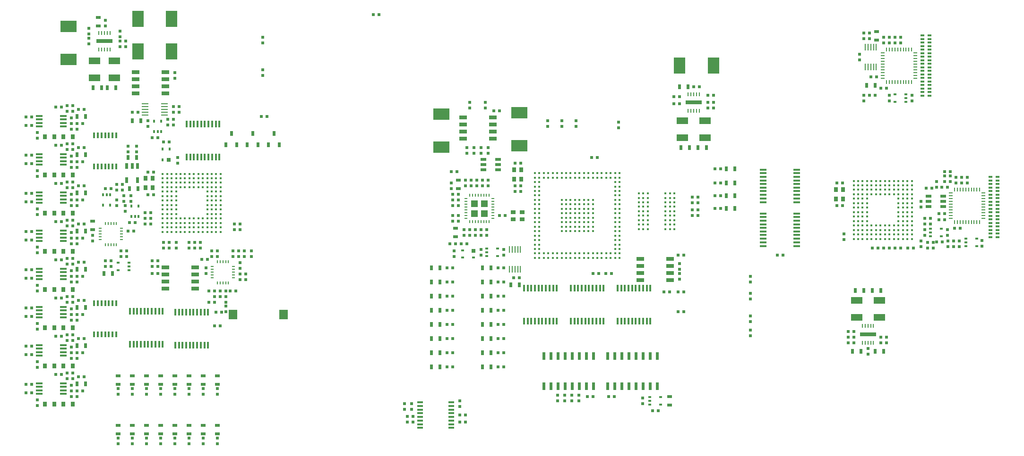
<source format=gtp>
G04 This is an RS-274x file exported by *
G04 gerbv version 2.4.0 *
G04 More information is available about gerbv at *
G04 http://gerbv.gpleda.org/ *
G04 --End of header info--*
%MOIN*%
%FSLAX23Y23*%
%IPPOS*%
G04 --Define apertures--*
%ADD10C,0.0060*%
%ADD11R,0.0236X0.0197*%
%ADD12R,0.0197X0.0236*%
%ADD13R,0.0236X0.0354*%
%ADD14R,0.0354X0.0236*%
%ADD15R,0.0276X0.0374*%
%ADD16R,0.0591X0.0709*%
%ADD17R,0.0236X0.0098*%
%ADD18R,0.0098X0.0236*%
%ADD19C,0.0160*%
%ADD20C,0.0157*%
%ADD21R,0.0098X0.0472*%
%ADD22R,0.0501X0.0501*%
%ADD23R,0.0098X0.0256*%
%ADD24R,0.0256X0.0098*%
%ADD25R,0.0236X0.0157*%
%ADD26R,0.0197X0.0551*%
%ADD27R,0.0236X0.0420*%
%ADD28R,0.0420X0.0236*%
%ADD29R,0.0138X0.0394*%
%ADD30R,0.0394X0.0138*%
%ADD31R,0.0512X0.0138*%
%ADD32R,0.0138X0.0512*%
%ADD33R,0.0500X0.0150*%
%ADD34R,0.0300X0.0145*%
%ADD35R,0.0102X0.0315*%
%ADD36R,0.1181X0.0295*%
%ADD37R,0.0827X0.0492*%
%ADD38R,0.0165X0.0236*%
%ADD39R,0.0315X0.0276*%
%ADD40R,0.0236X0.0165*%
%ADD41R,0.0276X0.0315*%
%ADD42R,0.0787X0.1181*%
%ADD43R,0.1181X0.0787*%
%ADD44R,0.0472X0.0098*%
%ADD45R,0.0551X0.0276*%
%ADD46R,0.0315X0.0354*%
%ADD47R,0.0157X0.0236*%
%ADD48R,0.0354X0.0315*%
%ADD49C,0.1500*%
%ADD50R,0.0236X0.0335*%
G04 --Start main section--*
G54D11*
G01X02715Y01200D03*
G01X02715Y01240D03*
G01X02755Y01240D03*
G01X02755Y01200D03*
G01X02795Y01240D03*
G01X02795Y01200D03*
G01X02850Y01690D03*
G01X02850Y01650D03*
G54D12*
G01X02800Y01330D03*
G01X02760Y01330D03*
G54D11*
G01X02770Y01650D03*
G01X02770Y01690D03*
G01X02730Y01660D03*
G01X02730Y01700D03*
G01X02810Y01650D03*
G01X02810Y01690D03*
G54D12*
G01X02650Y01435D03*
G01X02690Y01435D03*
G54D11*
G01X02525Y01520D03*
G01X02525Y01480D03*
G54D12*
G01X02690Y01390D03*
G01X02650Y01390D03*
G54D11*
G01X01320Y00610D03*
G01X01320Y00570D03*
G54D12*
G01X02675Y01235D03*
G01X02635Y01235D03*
G54D11*
G01X01320Y00950D03*
G01X01320Y00990D03*
G54D12*
G01X01070Y01470D03*
G01X01110Y01470D03*
G01X01070Y01560D03*
G01X01110Y01560D03*
G01X01070Y01650D03*
G01X01110Y01650D03*
G01X01070Y01750D03*
G01X01110Y01750D03*
G54D11*
G01X00110Y00110D03*
G01X00110Y00150D03*
G01X00060Y00110D03*
G01X00060Y00150D03*
G01X02300Y02230D03*
G01X02300Y02270D03*
G54D12*
G01X02160Y02270D03*
G01X02200Y02270D03*
G54D11*
G01X00010Y00110D03*
G01X00010Y00150D03*
G01X-0040Y00110D03*
G01X-0040Y00150D03*
G01X02120Y02710D03*
G01X02120Y02670D03*
G01X02090Y02520D03*
G01X02090Y02560D03*
G54D12*
G01X02240Y02320D03*
G01X02280Y02320D03*
G54D11*
G01X02380Y02680D03*
G01X02380Y02640D03*
G01X02300Y02640D03*
G01X02300Y02680D03*
G01X02260Y02640D03*
G01X02260Y02680D03*
G01X02340Y02640D03*
G01X02340Y02680D03*
G01X02160Y02670D03*
G01X02160Y02710D03*
G01X00560Y00090D03*
G01X00560Y00130D03*
G54D12*
G01X00630Y00040D03*
G01X00670Y00040D03*
G01X-3790Y02117D03*
G01X-3750Y02117D03*
G01X-3790Y02057D03*
G01X-3750Y02057D03*
G01X-3430Y02030D03*
G01X-3470Y02030D03*
G01X-3390Y02070D03*
G01X-3430Y02070D03*
G54D11*
G01X-3470Y02070D03*
G01X-3470Y02110D03*
G54D12*
G01X-3380Y02170D03*
G01X-3420Y02170D03*
G54D11*
G01X-3500Y02197D03*
G01X-3500Y02157D03*
G01X-3460Y02157D03*
G01X-3460Y02197D03*
G01X-3710Y01967D03*
G01X-3710Y02007D03*
G54D12*
G01X-3540Y02187D03*
G01X-3580Y02187D03*
G01X-3790Y01307D03*
G01X-3750Y01307D03*
G01X-3790Y01247D03*
G01X-3750Y01247D03*
G01X-3430Y01220D03*
G01X-3470Y01220D03*
G01X-3390Y01260D03*
G01X-3430Y01260D03*
G54D11*
G01X-3470Y01260D03*
G01X-3470Y01300D03*
G54D12*
G01X-3380Y01360D03*
G01X-3420Y01360D03*
G54D11*
G01X-3500Y01387D03*
G01X-3500Y01347D03*
G01X-3460Y01347D03*
G01X-3460Y01387D03*
G01X-3710Y01157D03*
G01X-3710Y01197D03*
G54D12*
G01X-3540Y01377D03*
G01X-3580Y01377D03*
G01X-3790Y01577D03*
G01X-3750Y01577D03*
G01X-3790Y01517D03*
G01X-3750Y01517D03*
G01X-3430Y01490D03*
G01X-3470Y01490D03*
G01X-3390Y01530D03*
G01X-3430Y01530D03*
G54D11*
G01X-3470Y01530D03*
G01X-3470Y01570D03*
G54D12*
G01X-3380Y01630D03*
G01X-3420Y01630D03*
G54D11*
G01X-3500Y01657D03*
G01X-3500Y01617D03*
G01X-3460Y01617D03*
G01X-3460Y01657D03*
G01X-3710Y01427D03*
G01X-3710Y01467D03*
G54D12*
G01X-3540Y01647D03*
G01X-3580Y01647D03*
G01X-3790Y00497D03*
G01X-3750Y00497D03*
G01X-3790Y00437D03*
G01X-3750Y00437D03*
G01X-3430Y00410D03*
G01X-3470Y00410D03*
G01X-3390Y00450D03*
G01X-3430Y00450D03*
G54D11*
G01X-3470Y00450D03*
G01X-3470Y00490D03*
G54D12*
G01X-3380Y00550D03*
G01X-3420Y00550D03*
G54D11*
G01X-3500Y00577D03*
G01X-3500Y00537D03*
G01X-3460Y00537D03*
G01X-3460Y00577D03*
G01X-3710Y00347D03*
G01X-3710Y00387D03*
G54D12*
G01X-3540Y00567D03*
G01X-3580Y00567D03*
G01X-3790Y00227D03*
G01X-3750Y00227D03*
G01X-3790Y00167D03*
G01X-3750Y00167D03*
G01X-3430Y00140D03*
G01X-3470Y00140D03*
G01X-3390Y00180D03*
G01X-3430Y00180D03*
G54D11*
G01X-3470Y00180D03*
G01X-3470Y00220D03*
G54D12*
G01X-3380Y00280D03*
G01X-3420Y00280D03*
G54D11*
G01X-3500Y00307D03*
G01X-3500Y00267D03*
G01X-3460Y00267D03*
G01X-3460Y00307D03*
G01X-3710Y00077D03*
G01X-3710Y00117D03*
G54D12*
G01X-3540Y00297D03*
G01X-3580Y00297D03*
G01X-3790Y00767D03*
G01X-3750Y00767D03*
G01X-3790Y00707D03*
G01X-3750Y00707D03*
G01X-3430Y00680D03*
G01X-3470Y00680D03*
G01X-3390Y00720D03*
G01X-3430Y00720D03*
G54D11*
G01X-3470Y00720D03*
G01X-3470Y00760D03*
G54D12*
G01X-3380Y00820D03*
G01X-3420Y00820D03*
G54D11*
G01X-3500Y00847D03*
G01X-3500Y00807D03*
G01X-3460Y00807D03*
G01X-3460Y00847D03*
G01X-3710Y00617D03*
G01X-3710Y00657D03*
G54D12*
G01X-3540Y00837D03*
G01X-3580Y00837D03*
G01X-3790Y01037D03*
G01X-3750Y01037D03*
G01X-3790Y00977D03*
G01X-3750Y00977D03*
G01X-3430Y00950D03*
G01X-3470Y00950D03*
G01X-3390Y00990D03*
G01X-3430Y00990D03*
G54D11*
G01X-3470Y00990D03*
G01X-3470Y01030D03*
G54D12*
G01X-3380Y01090D03*
G01X-3420Y01090D03*
G54D11*
G01X-3500Y01117D03*
G01X-3500Y01077D03*
G01X-3460Y01077D03*
G01X-3460Y01117D03*
G01X-3710Y00887D03*
G01X-3710Y00927D03*
G54D12*
G01X-3540Y01107D03*
G01X-3580Y01107D03*
G01X-3790Y01847D03*
G01X-3750Y01847D03*
G01X-3790Y01787D03*
G01X-3750Y01787D03*
G01X-3430Y01760D03*
G01X-3470Y01760D03*
G01X-3390Y01800D03*
G01X-3430Y01800D03*
G54D11*
G01X-3470Y01800D03*
G01X-3470Y01840D03*
G54D12*
G01X-3380Y01900D03*
G01X-3420Y01900D03*
G54D11*
G01X-3500Y01927D03*
G01X-3500Y01887D03*
G01X-3460Y01887D03*
G01X-3460Y01927D03*
G01X-3710Y01697D03*
G01X-3710Y01737D03*
G54D12*
G01X-3540Y01917D03*
G01X-3580Y01917D03*
G01X-2890Y01727D03*
G01X-2930Y01727D03*
G01X-2930Y01567D03*
G01X-2890Y01567D03*
G54D11*
G01X-2200Y01170D03*
G01X-2200Y01130D03*
G54D12*
G01X-2460Y00847D03*
G01X-2420Y00847D03*
G01X-2500Y00807D03*
G01X-2460Y00807D03*
G54D11*
G01X-2250Y01170D03*
G01X-2250Y01130D03*
G01X-2330Y01170D03*
G01X-2330Y01130D03*
G54D12*
G01X-2310Y00887D03*
G01X-2350Y00887D03*
G01X-2420Y00640D03*
G01X-2460Y00640D03*
G54D11*
G01X-2540Y00157D03*
G01X-2540Y00197D03*
G01X-2720Y01790D03*
G01X-2720Y01830D03*
G54D12*
G01X-2240Y01007D03*
G01X-2280Y01007D03*
G54D11*
G01X-2520Y01010D03*
G01X-2520Y01050D03*
G01X-2840Y00157D03*
G01X-2840Y00197D03*
G01X-2940Y00157D03*
G01X-2940Y00197D03*
G01X-3140Y-0193D03*
G01X-3140Y-0153D03*
G01X-3040Y-0193D03*
G01X-3040Y-0153D03*
G01X-2440Y-0193D03*
G01X-2440Y-0153D03*
G54D12*
G01X-2510Y01110D03*
G01X-2550Y01110D03*
G54D11*
G01X-2820Y01190D03*
G01X-2820Y01230D03*
G54D12*
G01X-3080Y01170D03*
G01X-3120Y01170D03*
G01X-3080Y01130D03*
G01X-3120Y01130D03*
G01X-3230Y01610D03*
G01X-3190Y01610D03*
G54D11*
G01X-3110Y01640D03*
G01X-3110Y01600D03*
G01X-3150Y01600D03*
G01X-3150Y01640D03*
G01X-3150Y01530D03*
G01X-3150Y01490D03*
G01X-3320Y01240D03*
G01X-3320Y01280D03*
G01X-2600Y01190D03*
G01X-2600Y01230D03*
G01X-2640Y01190D03*
G01X-2640Y01230D03*
G01X-2560Y01190D03*
G01X-2560Y01230D03*
G01X-3090Y01450D03*
G01X-3090Y01490D03*
G54D12*
G01X-3020Y01370D03*
G01X-3060Y01370D03*
G01X-3190Y01100D03*
G01X-3230Y01100D03*
G01X-3230Y01060D03*
G01X-3190Y01060D03*
G54D11*
G01X-3050Y01560D03*
G01X-3050Y01520D03*
G01X-3010Y01910D03*
G01X-3010Y01870D03*
G01X-3100Y01520D03*
G01X-3100Y01560D03*
G01X-3070Y01870D03*
G01X-3070Y01910D03*
G01X-0770Y01170D03*
G01X-0770Y01130D03*
G54D12*
G01X-1300Y02840D03*
G01X-1340Y02840D03*
G54D11*
G01X-1119Y00051D03*
G01X-1119Y00091D03*
G54D12*
G01X-1060Y-0039D03*
G01X-1099Y-0039D03*
G54D11*
G01X-0729Y00111D03*
G01X-0729Y00071D03*
G01X-1069Y00051D03*
G01X-1069Y00091D03*
G54D12*
G01X-1060Y00001D03*
G01X-1099Y00001D03*
G01X-0780Y00750D03*
G01X-0820Y00750D03*
G01X-0729Y00011D03*
G01X-0690Y00011D03*
G01X-0729Y-0039D03*
G01X-0690Y-0039D03*
G01X00200Y01830D03*
G01X00240Y01830D03*
G01X-0300Y01590D03*
G01X-0340Y01590D03*
G54D11*
G01X-0620Y01320D03*
G01X-0620Y01280D03*
G01X-0660Y01320D03*
G01X-0660Y01280D03*
G01X-0700Y01320D03*
G01X-0700Y01280D03*
G54D12*
G01X-0450Y01420D03*
G01X-0410Y01420D03*
G01X-0740Y01380D03*
G01X-0780Y01380D03*
G54D11*
G01X-0580Y01320D03*
G01X-0580Y01280D03*
G54D12*
G01X-0740Y01420D03*
G01X-0780Y01420D03*
G54D11*
G01X-0540Y01320D03*
G01X-0540Y01280D03*
G54D12*
G01X-0740Y01490D03*
G01X-0780Y01490D03*
G01X-0740Y01530D03*
G01X-0780Y01530D03*
G54D11*
G01X-0690Y01630D03*
G01X-0690Y01670D03*
G54D12*
G01X-0760Y01220D03*
G01X-0800Y01220D03*
G01X-0750Y01730D03*
G01X-0790Y01730D03*
G01X-0740Y01570D03*
G01X-0780Y01570D03*
G01X-0680Y01220D03*
G01X-0720Y01220D03*
G54D11*
G01X-0790Y01650D03*
G01X-0790Y01610D03*
G01X-0610Y01630D03*
G01X-0610Y01670D03*
G01X-0650Y01630D03*
G01X-0650Y01670D03*
G01X-0530Y01630D03*
G01X-0530Y01670D03*
G01X-0570Y01630D03*
G01X-0570Y01670D03*
G54D12*
G01X-0300Y01790D03*
G01X-0340Y01790D03*
G01X-0340Y01630D03*
G01X-0300Y01630D03*
G54D11*
G01X-0110Y02090D03*
G01X-0110Y02050D03*
G01X-0010Y02090D03*
G01X-0010Y02050D03*
G01X00090Y02090D03*
G01X00090Y02050D03*
G01X00390Y02080D03*
G01X00390Y02040D03*
G54D12*
G01X00210Y01010D03*
G01X00250Y01010D03*
G01X00340Y01010D03*
G01X00300Y01010D03*
G54D13*
G01X02041Y00460D03*
G01X02100Y00460D03*
G01X01210Y01470D03*
G01X01151Y01470D03*
G01X01210Y01560D03*
G01X01151Y01560D03*
G01X01210Y01650D03*
G01X01151Y01650D03*
G01X01210Y01750D03*
G01X01151Y01750D03*
G54D14*
G01X00750Y00081D03*
G01X00750Y00140D03*
G54D13*
G01X02200Y02340D03*
G01X02141Y02340D03*
G54D14*
G01X02210Y02720D03*
G01X02210Y02661D03*
G54D13*
G01X-3370Y02120D03*
G01X-3429Y02120D03*
G01X-3370Y01310D03*
G01X-3429Y01310D03*
G01X-3370Y01580D03*
G01X-3429Y01580D03*
G01X-3370Y00500D03*
G01X-3429Y00500D03*
G01X-3370Y00230D03*
G01X-3429Y00230D03*
G01X-3370Y00770D03*
G01X-3429Y00770D03*
G01X-3370Y01040D03*
G01X-3429Y01040D03*
G01X-3370Y01850D03*
G01X-3429Y01850D03*
G54D14*
G01X-2440Y00287D03*
G01X-2440Y00228D03*
G01X-2540Y00287D03*
G01X-2540Y00228D03*
G01X-2640Y00287D03*
G01X-2640Y00228D03*
G01X-2840Y00287D03*
G01X-2840Y00228D03*
G01X-2940Y00287D03*
G01X-2940Y00228D03*
G01X-3040Y-0063D03*
G01X-3040Y-0122D03*
G01X-2540Y-0063D03*
G01X-2540Y-0122D03*
G01X-3320Y01321D03*
G01X-3320Y01380D03*
G54D13*
G01X-3059Y01610D03*
G01X-3000Y01610D03*
G01X-3069Y01830D03*
G01X-3010Y01830D03*
G01X-3180Y01010D03*
G01X-3239Y01010D03*
G01X-0569Y00350D03*
G01X-0510Y00350D03*
G01X-0929Y00550D03*
G01X-0870Y00550D03*
G01X-0929Y00750D03*
G01X-0870Y00750D03*
G54D14*
G01X-0760Y01330D03*
G01X-0760Y01271D03*
G01X-0740Y01611D03*
G01X-0740Y01670D03*
G54D15*
G01X-3524Y01977D03*
G01X-3457Y01977D03*
G01X-3587Y01977D03*
G01X-3654Y01977D03*
G01X-3524Y01167D03*
G01X-3457Y01167D03*
G01X-3587Y01167D03*
G01X-3654Y01167D03*
G01X-3524Y01437D03*
G01X-3457Y01437D03*
G01X-3587Y01437D03*
G01X-3654Y01437D03*
G01X-3524Y00357D03*
G01X-3457Y00357D03*
G01X-3587Y00357D03*
G01X-3654Y00357D03*
G01X-3524Y00087D03*
G01X-3457Y00087D03*
G01X-3587Y00087D03*
G01X-3654Y00087D03*
G01X-3524Y00627D03*
G01X-3457Y00627D03*
G01X-3587Y00627D03*
G01X-3654Y00627D03*
G01X-3524Y00897D03*
G01X-3457Y00897D03*
G01X-3587Y00897D03*
G01X-3654Y00897D03*
G01X-3524Y01707D03*
G01X-3457Y01707D03*
G01X-3587Y01707D03*
G01X-3654Y01707D03*
G54D16*
G01X-2327Y00720D03*
G01X-1973Y00720D03*
G54D17*
G01X-3265Y01329D03*
G01X-3265Y01310D03*
G01X-3265Y01290D03*
G01X-3265Y01270D03*
G01X-3265Y01251D03*
G54D18*
G01X-3229Y01215D03*
G01X-3210Y01215D03*
G01X-3190Y01215D03*
G01X-3170Y01215D03*
G01X-3151Y01215D03*
G01X-3151Y01365D03*
G01X-3170Y01365D03*
G01X-3190Y01365D03*
G01X-3210Y01365D03*
G01X-3229Y01365D03*
G54D17*
G01X-3115Y01251D03*
G01X-3115Y01270D03*
G01X-3115Y01290D03*
G01X-3115Y01310D03*
G01X-3115Y01329D03*
G54D19*
G01X02050Y01255D03*
G01X02050Y01287D03*
G01X02050Y01318D03*
G01X02050Y01350D03*
G01X02050Y01381D03*
G01X02050Y01413D03*
G01X02050Y01444D03*
G01X02050Y01476D03*
G01X02050Y01507D03*
G01X02050Y01539D03*
G01X02050Y01570D03*
G01X02050Y01602D03*
G01X02050Y01633D03*
G01X02050Y01665D03*
G01X02082Y01255D03*
G01X02082Y01287D03*
G01X02082Y01318D03*
G01X02082Y01350D03*
G01X02082Y01381D03*
G01X02082Y01413D03*
G01X02082Y01444D03*
G01X02082Y01476D03*
G01X02082Y01507D03*
G01X02082Y01539D03*
G01X02082Y01570D03*
G01X02082Y01602D03*
G01X02082Y01633D03*
G01X02082Y01665D03*
G01X02113Y01255D03*
G01X02113Y01287D03*
G01X02113Y01318D03*
G01X02113Y01350D03*
G01X02113Y01381D03*
G01X02113Y01413D03*
G01X02113Y01444D03*
G01X02113Y01476D03*
G01X02113Y01507D03*
G01X02113Y01539D03*
G01X02113Y01570D03*
G01X02113Y01602D03*
G01X02113Y01633D03*
G01X02113Y01665D03*
G01X02145Y01255D03*
G01X02145Y01287D03*
G01X02145Y01318D03*
G01X02145Y01350D03*
G01X02145Y01381D03*
G01X02145Y01413D03*
G01X02145Y01444D03*
G01X02145Y01476D03*
G01X02145Y01507D03*
G01X02145Y01539D03*
G01X02145Y01570D03*
G01X02145Y01602D03*
G01X02145Y01633D03*
G01X02145Y01665D03*
G01X02176Y01255D03*
G01X02176Y01287D03*
G01X02176Y01318D03*
G01X02176Y01350D03*
G01X02176Y01570D03*
G01X02176Y01602D03*
G01X02176Y01633D03*
G01X02176Y01665D03*
G01X02208Y01255D03*
G01X02208Y01287D03*
G01X02208Y01318D03*
G01X02208Y01350D03*
G01X02208Y01570D03*
G01X02208Y01602D03*
G01X02208Y01633D03*
G01X02208Y01665D03*
G01X02239Y01255D03*
G01X02239Y01287D03*
G01X02239Y01318D03*
G01X02239Y01350D03*
G01X02239Y01570D03*
G01X02239Y01602D03*
G01X02239Y01633D03*
G01X02239Y01665D03*
G01X02271Y01255D03*
G01X02271Y01287D03*
G01X02271Y01318D03*
G01X02271Y01350D03*
G01X02271Y01570D03*
G01X02271Y01602D03*
G01X02271Y01633D03*
G01X02271Y01665D03*
G01X02302Y01255D03*
G01X02302Y01287D03*
G01X02302Y01318D03*
G01X02302Y01350D03*
G01X02302Y01570D03*
G01X02302Y01602D03*
G01X02302Y01633D03*
G01X02302Y01665D03*
G01X02334Y01255D03*
G01X02334Y01287D03*
G01X02334Y01318D03*
G01X02334Y01350D03*
G01X02334Y01570D03*
G01X02334Y01602D03*
G01X02334Y01633D03*
G01X02334Y01665D03*
G01X02365Y01255D03*
G01X02365Y01287D03*
G01X02365Y01318D03*
G01X02365Y01350D03*
G01X02365Y01381D03*
G01X02365Y01413D03*
G01X02365Y01444D03*
G01X02365Y01476D03*
G01X02365Y01507D03*
G01X02365Y01539D03*
G01X02365Y01570D03*
G01X02365Y01602D03*
G01X02365Y01633D03*
G01X02365Y01665D03*
G01X02397Y01255D03*
G01X02397Y01287D03*
G01X02397Y01318D03*
G01X02397Y01350D03*
G01X02397Y01381D03*
G01X02397Y01413D03*
G01X02397Y01444D03*
G01X02397Y01476D03*
G01X02397Y01507D03*
G01X02397Y01539D03*
G01X02397Y01570D03*
G01X02397Y01602D03*
G01X02397Y01633D03*
G01X02397Y01665D03*
G01X02428Y01255D03*
G01X02428Y01287D03*
G01X02428Y01318D03*
G01X02428Y01350D03*
G01X02428Y01381D03*
G01X02428Y01413D03*
G01X02428Y01444D03*
G01X02428Y01476D03*
G01X02428Y01507D03*
G01X02428Y01539D03*
G01X02428Y01570D03*
G01X02428Y01602D03*
G01X02428Y01633D03*
G01X02428Y01665D03*
G01X02460Y01255D03*
G01X02460Y01287D03*
G01X02460Y01318D03*
G01X02460Y01350D03*
G01X02460Y01381D03*
G01X02460Y01413D03*
G01X02460Y01444D03*
G01X02460Y01476D03*
G01X02460Y01507D03*
G01X02460Y01539D03*
G01X02460Y01570D03*
G01X02460Y01602D03*
G01X02460Y01633D03*
G01X02460Y01665D03*
G54D20*
G01X-0199Y01121D03*
G01X-0199Y01152D03*
G01X-0199Y01184D03*
G01X-0199Y01215D03*
G01X-0199Y01247D03*
G01X-0199Y01278D03*
G01X-0199Y01310D03*
G01X-0199Y01341D03*
G01X-0199Y01373D03*
G01X-0199Y01404D03*
G01X-0199Y01436D03*
G01X-0199Y01467D03*
G01X-0199Y01499D03*
G01X-0199Y01530D03*
G01X-0199Y01562D03*
G01X-0199Y01593D03*
G01X-0199Y01625D03*
G01X-0199Y01656D03*
G01X-0199Y01688D03*
G01X-0199Y01719D03*
G01X-0168Y01121D03*
G01X-0168Y01152D03*
G01X-0168Y01184D03*
G01X-0168Y01215D03*
G01X-0168Y01247D03*
G01X-0168Y01278D03*
G01X-0168Y01310D03*
G01X-0168Y01341D03*
G01X-0168Y01373D03*
G01X-0168Y01404D03*
G01X-0168Y01436D03*
G01X-0168Y01467D03*
G01X-0168Y01499D03*
G01X-0168Y01530D03*
G01X-0168Y01562D03*
G01X-0168Y01593D03*
G01X-0168Y01625D03*
G01X-0168Y01656D03*
G01X-0168Y01688D03*
G01X-0168Y01719D03*
G01X-0136Y01121D03*
G01X-0136Y01152D03*
G01X-0136Y01688D03*
G01X-0136Y01719D03*
G01X-0105Y01121D03*
G01X-0105Y01152D03*
G01X-0105Y01688D03*
G01X-0105Y01719D03*
G01X-0073Y01121D03*
G01X-0073Y01152D03*
G01X-0073Y01688D03*
G01X-0073Y01719D03*
G01X-0042Y01121D03*
G01X-0042Y01152D03*
G01X-0042Y01688D03*
G01X-0042Y01719D03*
G01X-0010Y01121D03*
G01X-0010Y01152D03*
G01X-0010Y01310D03*
G01X-0010Y01341D03*
G01X-0010Y01373D03*
G01X-0010Y01404D03*
G01X-0010Y01436D03*
G01X-0010Y01467D03*
G01X-0010Y01499D03*
G01X-0010Y01530D03*
G01X-0010Y01688D03*
G01X-0010Y01719D03*
G01X00021Y01121D03*
G01X00021Y01152D03*
G01X00021Y01310D03*
G01X00021Y01341D03*
G01X00021Y01373D03*
G01X00021Y01404D03*
G01X00021Y01436D03*
G01X00021Y01467D03*
G01X00021Y01499D03*
G01X00021Y01530D03*
G01X00021Y01688D03*
G01X00021Y01719D03*
G01X00053Y01121D03*
G01X00053Y01152D03*
G01X00053Y01310D03*
G01X00053Y01341D03*
G01X00053Y01373D03*
G01X00053Y01404D03*
G01X00053Y01436D03*
G01X00053Y01467D03*
G01X00053Y01499D03*
G01X00053Y01530D03*
G01X00053Y01688D03*
G01X00053Y01719D03*
G01X00084Y01121D03*
G01X00084Y01152D03*
G01X00084Y01310D03*
G01X00084Y01341D03*
G01X00084Y01373D03*
G01X00084Y01404D03*
G01X00084Y01436D03*
G01X00084Y01467D03*
G01X00084Y01499D03*
G01X00084Y01530D03*
G01X00084Y01688D03*
G01X00084Y01719D03*
G01X00116Y01121D03*
G01X00116Y01152D03*
G01X00116Y01310D03*
G01X00116Y01341D03*
G01X00116Y01373D03*
G01X00116Y01404D03*
G01X00116Y01436D03*
G01X00116Y01467D03*
G01X00116Y01499D03*
G01X00116Y01530D03*
G01X00116Y01688D03*
G01X00116Y01719D03*
G01X00147Y01121D03*
G01X00147Y01152D03*
G01X00147Y01310D03*
G01X00147Y01341D03*
G01X00147Y01373D03*
G01X00147Y01404D03*
G01X00147Y01436D03*
G01X00147Y01467D03*
G01X00147Y01499D03*
G01X00147Y01530D03*
G01X00147Y01688D03*
G01X00147Y01719D03*
G01X00179Y01121D03*
G01X00179Y01152D03*
G01X00179Y01310D03*
G01X00179Y01341D03*
G01X00179Y01373D03*
G01X00179Y01404D03*
G01X00179Y01436D03*
G01X00179Y01467D03*
G01X00179Y01499D03*
G01X00179Y01530D03*
G01X00179Y01688D03*
G01X00179Y01719D03*
G01X00210Y01121D03*
G01X00210Y01152D03*
G01X00210Y01310D03*
G01X00210Y01341D03*
G01X00210Y01373D03*
G01X00210Y01404D03*
G01X00210Y01436D03*
G01X00210Y01467D03*
G01X00210Y01499D03*
G01X00210Y01530D03*
G01X00210Y01688D03*
G01X00210Y01719D03*
G01X00242Y01121D03*
G01X00242Y01152D03*
G01X00242Y01688D03*
G01X00242Y01719D03*
G01X00273Y01121D03*
G01X00273Y01152D03*
G01X00273Y01688D03*
G01X00273Y01719D03*
G01X00305Y01121D03*
G01X00305Y01152D03*
G01X00305Y01688D03*
G01X00305Y01719D03*
G01X00336Y01121D03*
G01X00336Y01152D03*
G01X00336Y01688D03*
G01X00336Y01719D03*
G01X00368Y01121D03*
G01X00368Y01152D03*
G01X00368Y01688D03*
G01X00368Y01719D03*
G01X00399Y01121D03*
G01X00399Y01152D03*
G01X00399Y01184D03*
G01X00399Y01215D03*
G01X00399Y01247D03*
G01X00399Y01278D03*
G01X00399Y01310D03*
G01X00399Y01341D03*
G01X00399Y01373D03*
G01X00399Y01404D03*
G01X00399Y01436D03*
G01X00399Y01467D03*
G01X00399Y01499D03*
G01X00399Y01530D03*
G01X00399Y01562D03*
G01X00399Y01593D03*
G01X00399Y01625D03*
G01X00399Y01656D03*
G01X00399Y01688D03*
G01X00399Y01719D03*
G01X00368Y01184D03*
G01X00368Y01215D03*
G01X00368Y01247D03*
G01X00368Y01278D03*
G01X00368Y01310D03*
G01X00368Y01341D03*
G01X00368Y01373D03*
G01X00368Y01404D03*
G01X00368Y01436D03*
G01X00368Y01467D03*
G01X00368Y01499D03*
G01X00368Y01530D03*
G01X00368Y01562D03*
G01X00368Y01593D03*
G01X00368Y01625D03*
G01X00368Y01656D03*
G54D21*
G01X02209Y02609D03*
G01X02190Y02609D03*
G01X02170Y02609D03*
G01X02150Y02609D03*
G01X02131Y02609D03*
G01X02131Y02471D03*
G01X02150Y02471D03*
G01X02170Y02471D03*
G01X02190Y02471D03*
G01X02209Y02471D03*
G54D17*
G01X-0684Y01539D03*
G01X-0684Y01519D03*
G01X-0684Y01500D03*
G01X-0684Y01480D03*
G01X-0684Y01460D03*
G01X-0684Y01441D03*
G01X-0684Y01421D03*
G01X-0684Y01401D03*
G01X-0495Y01401D03*
G01X-0495Y01421D03*
G01X-0495Y01441D03*
G01X-0495Y01460D03*
G01X-0495Y01480D03*
G01X-0495Y01500D03*
G01X-0495Y01519D03*
G01X-0495Y01539D03*
G54D18*
G01X-0659Y01376D03*
G01X-0639Y01376D03*
G01X-0619Y01376D03*
G01X-0600Y01376D03*
G01X-0580Y01376D03*
G01X-0560Y01376D03*
G01X-0541Y01376D03*
G01X-0521Y01376D03*
G01X-0521Y01565D03*
G01X-0541Y01565D03*
G01X-0560Y01565D03*
G01X-0580Y01565D03*
G01X-0600Y01565D03*
G01X-0619Y01565D03*
G01X-0639Y01565D03*
G01X-0659Y01565D03*
G54D22*
G01X-0625Y01505D03*
G01X-0625Y01435D03*
G01X-0555Y01435D03*
G01X-0555Y01505D03*
G54D23*
G01X02939Y01605D03*
G01X02919Y01605D03*
G01X02899Y01605D03*
G01X02880Y01605D03*
G01X02860Y01605D03*
G01X02840Y01605D03*
G01X02821Y01605D03*
G01X02801Y01605D03*
G01X02781Y01605D03*
G01X02761Y01605D03*
G01X02761Y01375D03*
G01X02781Y01375D03*
G01X02801Y01375D03*
G01X02821Y01375D03*
G01X02840Y01375D03*
G01X02860Y01375D03*
G01X02880Y01375D03*
G01X02899Y01375D03*
G01X02919Y01375D03*
G01X02939Y01375D03*
G54D24*
G01X02735Y01579D03*
G01X02735Y01559D03*
G01X02735Y01539D03*
G01X02735Y01520D03*
G01X02735Y01500D03*
G01X02735Y01480D03*
G01X02735Y01461D03*
G01X02735Y01441D03*
G01X02735Y01421D03*
G01X02735Y01401D03*
G01X02965Y01401D03*
G01X02965Y01421D03*
G01X02965Y01441D03*
G01X02965Y01461D03*
G01X02965Y01480D03*
G01X02965Y01500D03*
G01X02965Y01520D03*
G01X02965Y01539D03*
G01X02965Y01559D03*
G01X02965Y01579D03*
G54D23*
G01X02459Y02595D03*
G01X02439Y02595D03*
G01X02419Y02595D03*
G01X02400Y02595D03*
G01X02380Y02595D03*
G01X02360Y02595D03*
G01X02341Y02595D03*
G01X02321Y02595D03*
G01X02301Y02595D03*
G01X02281Y02595D03*
G01X02281Y02365D03*
G01X02301Y02365D03*
G01X02321Y02365D03*
G01X02341Y02365D03*
G01X02360Y02365D03*
G01X02380Y02365D03*
G01X02400Y02365D03*
G01X02419Y02365D03*
G01X02439Y02365D03*
G01X02459Y02365D03*
G54D24*
G01X02255Y02569D03*
G01X02255Y02549D03*
G01X02255Y02529D03*
G01X02255Y02510D03*
G01X02255Y02490D03*
G01X02255Y02470D03*
G01X02255Y02451D03*
G01X02255Y02431D03*
G01X02255Y02411D03*
G01X02255Y02391D03*
G01X02485Y02391D03*
G01X02485Y02411D03*
G01X02485Y02431D03*
G01X02485Y02451D03*
G01X02485Y02470D03*
G01X02485Y02490D03*
G01X02485Y02510D03*
G01X02485Y02529D03*
G01X02485Y02549D03*
G01X02485Y02569D03*
G54D25*
G01X-3063Y01034D03*
G01X-3063Y01060D03*
G01X-3063Y01086D03*
G01X-3137Y01086D03*
G01X-3137Y01034D03*
G54D26*
G01X00215Y00426D03*
G01X00165Y00426D03*
G01X00115Y00426D03*
G01X00065Y00426D03*
G01X00015Y00426D03*
G01X-0035Y00426D03*
G01X-0085Y00426D03*
G01X-0135Y00426D03*
G01X-0135Y00214D03*
G01X-0085Y00214D03*
G01X-0035Y00214D03*
G01X00015Y00214D03*
G01X00065Y00214D03*
G01X00115Y00214D03*
G01X00165Y00214D03*
G01X00215Y00214D03*
G01X00315Y00214D03*
G01X00365Y00214D03*
G01X00415Y00214D03*
G01X00465Y00214D03*
G01X00515Y00214D03*
G01X00565Y00214D03*
G01X00615Y00214D03*
G01X00665Y00214D03*
G01X00665Y00426D03*
G01X00615Y00426D03*
G01X00565Y00426D03*
G01X00515Y00426D03*
G01X00465Y00426D03*
G01X00415Y00426D03*
G01X00365Y00426D03*
G01X00315Y00426D03*
G54D27*
G01X-3003Y01771D03*
G01X-3040Y01770D03*
G01X-3077Y01771D03*
G01X-3077Y01669D03*
G01X-3003Y01669D03*
G54D28*
G01X02681Y01483D03*
G01X02681Y01520D03*
G01X02681Y01557D03*
G01X02579Y01557D03*
G01X02579Y01520D03*
G01X02579Y01483D03*
G01X-0459Y01743D03*
G01X-0459Y01780D03*
G01X-0459Y01817D03*
G01X-0561Y01817D03*
G01X-0561Y01780D03*
G01X-0561Y01743D03*
G54D29*
G01X-3230Y00581D03*
G01X-3204Y00581D03*
G01X-3179Y00581D03*
G01X-3153Y00581D03*
G01X-3153Y00799D03*
G01X-3179Y00799D03*
G01X-3204Y00799D03*
G01X-3230Y00799D03*
G01X-3256Y00799D03*
G01X-3281Y00799D03*
G01X-3307Y00799D03*
G01X-3256Y00581D03*
G01X-3281Y00581D03*
G01X-3307Y00581D03*
G01X-3230Y01986D03*
G01X-3256Y01986D03*
G01X-3281Y01986D03*
G01X-3307Y01986D03*
G01X-3307Y01768D03*
G01X-3281Y01768D03*
G01X-3256Y01768D03*
G01X-3230Y01768D03*
G01X-3204Y01768D03*
G01X-3179Y01768D03*
G01X-3153Y01768D03*
G01X-3204Y01986D03*
G01X-3179Y01986D03*
G01X-3153Y01986D03*
G54D30*
G01X-1010Y00022D03*
G01X-1010Y-0003D03*
G01X-1010Y-0029D03*
G01X-1010Y-0055D03*
G01X-1010Y-0080D03*
G01X-0790Y-0080D03*
G01X-0790Y-0055D03*
G01X-0790Y-0029D03*
G01X-0790Y-0003D03*
G01X-0790Y00022D03*
G01X-0790Y00048D03*
G01X-0790Y00073D03*
G01X-0790Y00099D03*
G01X-1010Y00048D03*
G01X-1010Y00073D03*
G01X-1010Y00099D03*
G54D31*
G01X01647Y01515D03*
G01X01647Y01540D03*
G01X01647Y01566D03*
G01X01647Y01592D03*
G01X01647Y01617D03*
G01X01647Y01643D03*
G01X01647Y01668D03*
G01X01647Y01694D03*
G01X01647Y01720D03*
G01X01647Y01745D03*
G01X01413Y01745D03*
G01X01413Y01720D03*
G01X01413Y01694D03*
G01X01413Y01668D03*
G01X01413Y01643D03*
G01X01413Y01617D03*
G01X01413Y01592D03*
G01X01413Y01566D03*
G01X01413Y01540D03*
G01X01413Y01515D03*
G54D32*
G01X-2505Y00737D03*
G01X-2530Y00737D03*
G01X-2556Y00737D03*
G01X-2582Y00737D03*
G01X-2607Y00737D03*
G01X-2633Y00737D03*
G01X-2658Y00737D03*
G01X-2684Y00737D03*
G01X-2710Y00737D03*
G01X-2735Y00737D03*
G01X-2735Y00503D03*
G01X-2710Y00503D03*
G01X-2684Y00503D03*
G01X-2658Y00503D03*
G01X-2633Y00503D03*
G01X-2607Y00503D03*
G01X-2582Y00503D03*
G01X-2556Y00503D03*
G01X-2530Y00503D03*
G01X-2505Y00503D03*
G01X-2825Y00744D03*
G01X-2850Y00744D03*
G01X-2876Y00744D03*
G01X-2902Y00744D03*
G01X-2927Y00744D03*
G01X-2953Y00744D03*
G01X-2978Y00744D03*
G01X-3004Y00744D03*
G01X-3030Y00744D03*
G01X-3055Y00744D03*
G01X-3055Y00510D03*
G01X-3030Y00510D03*
G01X-3004Y00510D03*
G01X-2978Y00510D03*
G01X-2953Y00510D03*
G01X-2927Y00510D03*
G01X-2902Y00510D03*
G01X-2876Y00510D03*
G01X-2850Y00510D03*
G01X-2825Y00510D03*
G54D33*
G01X-3695Y02125D03*
G01X-3695Y02100D03*
G01X-3695Y02074D03*
G01X-3695Y02049D03*
G01X-3525Y02049D03*
G01X-3525Y02074D03*
G01X-3525Y02100D03*
G01X-3525Y02125D03*
G01X-3695Y01315D03*
G01X-3695Y01290D03*
G01X-3695Y01264D03*
G01X-3695Y01239D03*
G01X-3525Y01239D03*
G01X-3525Y01264D03*
G01X-3525Y01290D03*
G01X-3525Y01315D03*
G01X-3695Y01585D03*
G01X-3695Y01560D03*
G01X-3695Y01534D03*
G01X-3695Y01509D03*
G01X-3525Y01509D03*
G01X-3525Y01534D03*
G01X-3525Y01560D03*
G01X-3525Y01585D03*
G01X-3695Y00505D03*
G01X-3695Y00480D03*
G01X-3695Y00454D03*
G01X-3695Y00429D03*
G01X-3525Y00429D03*
G01X-3525Y00454D03*
G01X-3525Y00480D03*
G01X-3525Y00505D03*
G01X-3695Y00235D03*
G01X-3695Y00210D03*
G01X-3695Y00184D03*
G01X-3695Y00159D03*
G01X-3525Y00159D03*
G01X-3525Y00184D03*
G01X-3525Y00210D03*
G01X-3525Y00235D03*
G01X-3695Y00775D03*
G01X-3695Y00750D03*
G01X-3695Y00724D03*
G01X-3695Y00699D03*
G01X-3525Y00699D03*
G01X-3525Y00724D03*
G01X-3525Y00750D03*
G01X-3525Y00775D03*
G01X-3695Y01045D03*
G01X-3695Y01020D03*
G01X-3695Y00994D03*
G01X-3695Y00969D03*
G01X-3525Y00969D03*
G01X-3525Y00994D03*
G01X-3525Y01020D03*
G01X-3525Y01045D03*
G01X-3695Y01855D03*
G01X-3695Y01830D03*
G01X-3695Y01804D03*
G01X-3695Y01779D03*
G01X-3525Y01779D03*
G01X-3525Y01804D03*
G01X-3525Y01830D03*
G01X-3525Y01855D03*
G54D20*
G01X00786Y01324D03*
G01X00755Y01324D03*
G01X00723Y01324D03*
G01X00597Y01324D03*
G01X00566Y01324D03*
G01X00534Y01324D03*
G01X00786Y01356D03*
G01X00755Y01356D03*
G01X00723Y01356D03*
G01X00597Y01356D03*
G01X00566Y01356D03*
G01X00534Y01356D03*
G01X00786Y01387D03*
G01X00755Y01387D03*
G01X00723Y01387D03*
G01X00597Y01387D03*
G01X00566Y01387D03*
G01X00534Y01387D03*
G01X00786Y01419D03*
G01X00755Y01419D03*
G01X00723Y01419D03*
G01X00597Y01419D03*
G01X00566Y01419D03*
G01X00534Y01419D03*
G01X00786Y01450D03*
G01X00755Y01450D03*
G01X00723Y01450D03*
G01X00597Y01450D03*
G01X00566Y01450D03*
G01X00534Y01450D03*
G01X00786Y01482D03*
G01X00755Y01482D03*
G01X00723Y01482D03*
G01X00597Y01482D03*
G01X00566Y01482D03*
G01X00534Y01482D03*
G01X00786Y01513D03*
G01X00755Y01513D03*
G01X00723Y01513D03*
G01X00597Y01513D03*
G01X00566Y01513D03*
G01X00534Y01513D03*
G01X00786Y01545D03*
G01X00755Y01545D03*
G01X00723Y01545D03*
G01X00597Y01545D03*
G01X00566Y01545D03*
G01X00534Y01545D03*
G01X00786Y01576D03*
G01X00755Y01576D03*
G01X00723Y01576D03*
G01X00597Y01576D03*
G01X00566Y01576D03*
G01X00534Y01576D03*
G54D11*
G01X02710Y01320D03*
G01X02710Y01280D03*
G01X02550Y01280D03*
G01X02550Y01320D03*
G54D34*
G01X03065Y01268D03*
G01X03065Y01293D03*
G01X03065Y01318D03*
G01X03065Y01343D03*
G01X03065Y01368D03*
G01X03065Y01393D03*
G01X03065Y01418D03*
G01X03065Y01443D03*
G01X03065Y01468D03*
G01X03065Y01493D03*
G01X03065Y01518D03*
G01X03065Y01543D03*
G01X03065Y01568D03*
G01X03065Y01593D03*
G01X03065Y01618D03*
G01X03065Y01643D03*
G01X03065Y01668D03*
G01X03065Y01693D03*
G01X03015Y01268D03*
G01X03015Y01293D03*
G01X03015Y01318D03*
G01X03015Y01343D03*
G01X03015Y01368D03*
G01X03015Y01393D03*
G01X03015Y01418D03*
G01X03015Y01443D03*
G01X03015Y01468D03*
G01X03015Y01493D03*
G01X03015Y01518D03*
G01X03015Y01543D03*
G01X03015Y01568D03*
G01X03015Y01593D03*
G01X03015Y01618D03*
G01X03015Y01643D03*
G01X03015Y01668D03*
G01X03015Y01693D03*
G54D12*
G01X02590Y01360D03*
G01X02550Y01360D03*
G01X02550Y01400D03*
G01X02590Y01400D03*
G54D11*
G01X02955Y01205D03*
G01X02955Y01245D03*
G54D12*
G01X01970Y01650D03*
G01X01930Y01650D03*
G01X01930Y01490D03*
G01X01970Y01490D03*
G54D31*
G01X01413Y01435D03*
G01X01413Y01410D03*
G01X01413Y01384D03*
G01X01413Y01358D03*
G01X01413Y01333D03*
G01X01413Y01307D03*
G01X01413Y01282D03*
G01X01413Y01256D03*
G01X01413Y01230D03*
G01X01413Y01205D03*
G01X01647Y01205D03*
G01X01647Y01230D03*
G01X01647Y01256D03*
G01X01647Y01282D03*
G01X01647Y01307D03*
G01X01647Y01333D03*
G01X01647Y01358D03*
G01X01647Y01384D03*
G01X01647Y01410D03*
G01X01647Y01435D03*
G54D11*
G01X01320Y00830D03*
G01X01320Y00870D03*
G54D12*
G01X01550Y01140D03*
G01X01510Y01140D03*
G54D35*
G01X02111Y00521D03*
G01X02130Y00521D03*
G01X02150Y00521D03*
G01X02170Y00521D03*
G01X02189Y00521D03*
G01X02189Y00639D03*
G01X02170Y00639D03*
G01X02150Y00639D03*
G01X02130Y00639D03*
G01X02111Y00639D03*
G54D36*
G01X02150Y00580D03*
G54D37*
G01X02070Y00700D03*
G01X02070Y00820D03*
G01X02230Y00700D03*
G01X02230Y00820D03*
G54D13*
G01X02120Y00890D03*
G01X02061Y00890D03*
G01X02181Y00890D03*
G01X02240Y00890D03*
G54D12*
G01X02240Y00520D03*
G01X02280Y00520D03*
G01X02280Y00560D03*
G01X02240Y00560D03*
G01X02010Y00560D03*
G01X02050Y00560D03*
G01X02050Y00600D03*
G01X02010Y00600D03*
G01X02050Y00520D03*
G01X02010Y00520D03*
G54D13*
G01X02260Y00460D03*
G01X02201Y00460D03*
G54D11*
G01X02150Y00480D03*
G01X02150Y00440D03*
G54D12*
G01X02670Y01620D03*
G01X02710Y01620D03*
G54D11*
G01X02636Y01660D03*
G01X02636Y01620D03*
G54D12*
G01X02730Y01730D03*
G01X02690Y01730D03*
G54D11*
G01X02690Y01700D03*
G01X02690Y01660D03*
G54D12*
G01X02600Y01615D03*
G01X02560Y01615D03*
G01X02380Y01190D03*
G01X02340Y01190D03*
G54D11*
G01X01980Y01290D03*
G01X01980Y01250D03*
G54D12*
G01X02430Y01190D03*
G01X02470Y01190D03*
G01X02570Y01230D03*
G01X02610Y01230D03*
G01X02570Y01190D03*
G01X02610Y01190D03*
G54D11*
G01X02525Y01240D03*
G01X02525Y01200D03*
G54D12*
G01X02180Y01190D03*
G01X02220Y01190D03*
G01X02300Y01190D03*
G01X02260Y01190D03*
G54D11*
G01X01320Y00670D03*
G01X01320Y00710D03*
G01X02460Y02270D03*
G01X02460Y02230D03*
G54D34*
G01X02585Y02268D03*
G01X02585Y02293D03*
G01X02585Y02318D03*
G01X02585Y02343D03*
G01X02585Y02368D03*
G01X02585Y02393D03*
G01X02585Y02418D03*
G01X02585Y02443D03*
G01X02585Y02468D03*
G01X02585Y02493D03*
G01X02585Y02518D03*
G01X02585Y02543D03*
G01X02585Y02568D03*
G01X02585Y02593D03*
G01X02585Y02618D03*
G01X02585Y02643D03*
G01X02585Y02668D03*
G01X02585Y02693D03*
G01X02535Y02268D03*
G01X02535Y02293D03*
G01X02535Y02318D03*
G01X02535Y02343D03*
G01X02535Y02368D03*
G01X02535Y02393D03*
G01X02535Y02418D03*
G01X02535Y02443D03*
G01X02535Y02468D03*
G01X02535Y02493D03*
G01X02535Y02518D03*
G01X02535Y02543D03*
G01X02535Y02568D03*
G01X02535Y02593D03*
G01X02535Y02618D03*
G01X02535Y02643D03*
G01X02535Y02668D03*
G01X02535Y02693D03*
G54D11*
G01X02120Y02230D03*
G01X02120Y02270D03*
G54D12*
G01X00170Y00140D03*
G01X00210Y00140D03*
G01X00360Y00140D03*
G01X00320Y00140D03*
G54D19*
G01X-2825Y01305D03*
G01X-2825Y01337D03*
G01X-2825Y01368D03*
G01X-2825Y01400D03*
G01X-2825Y01431D03*
G01X-2825Y01463D03*
G01X-2825Y01494D03*
G01X-2825Y01526D03*
G01X-2825Y01557D03*
G01X-2825Y01589D03*
G01X-2825Y01620D03*
G01X-2825Y01652D03*
G01X-2825Y01683D03*
G01X-2825Y01715D03*
G01X-2793Y01305D03*
G01X-2793Y01337D03*
G01X-2793Y01368D03*
G01X-2793Y01400D03*
G01X-2793Y01431D03*
G01X-2793Y01463D03*
G01X-2793Y01494D03*
G01X-2793Y01526D03*
G01X-2793Y01557D03*
G01X-2793Y01589D03*
G01X-2793Y01620D03*
G01X-2793Y01652D03*
G01X-2793Y01683D03*
G01X-2793Y01715D03*
G01X-2762Y01305D03*
G01X-2762Y01337D03*
G01X-2762Y01368D03*
G01X-2762Y01400D03*
G01X-2762Y01431D03*
G01X-2762Y01463D03*
G01X-2762Y01494D03*
G01X-2762Y01526D03*
G01X-2762Y01557D03*
G01X-2762Y01589D03*
G01X-2762Y01620D03*
G01X-2762Y01652D03*
G01X-2762Y01683D03*
G01X-2762Y01715D03*
G01X-2730Y01305D03*
G01X-2730Y01337D03*
G01X-2730Y01368D03*
G01X-2730Y01400D03*
G01X-2730Y01431D03*
G01X-2730Y01463D03*
G01X-2730Y01494D03*
G01X-2730Y01526D03*
G01X-2730Y01557D03*
G01X-2730Y01589D03*
G01X-2730Y01620D03*
G01X-2730Y01652D03*
G01X-2730Y01683D03*
G01X-2730Y01715D03*
G01X-2699Y01305D03*
G01X-2699Y01337D03*
G01X-2699Y01368D03*
G01X-2699Y01400D03*
G01X-2699Y01620D03*
G01X-2699Y01652D03*
G01X-2699Y01683D03*
G01X-2699Y01715D03*
G01X-2667Y01305D03*
G01X-2667Y01337D03*
G01X-2667Y01368D03*
G01X-2667Y01400D03*
G01X-2667Y01620D03*
G01X-2667Y01652D03*
G01X-2667Y01683D03*
G01X-2667Y01715D03*
G01X-2636Y01305D03*
G01X-2636Y01337D03*
G01X-2636Y01368D03*
G01X-2636Y01400D03*
G01X-2636Y01620D03*
G01X-2636Y01652D03*
G01X-2636Y01683D03*
G01X-2636Y01715D03*
G01X-2604Y01305D03*
G01X-2604Y01337D03*
G01X-2604Y01368D03*
G01X-2604Y01400D03*
G01X-2604Y01620D03*
G01X-2604Y01652D03*
G01X-2604Y01683D03*
G01X-2604Y01715D03*
G01X-2573Y01305D03*
G01X-2573Y01337D03*
G01X-2573Y01368D03*
G01X-2573Y01400D03*
G01X-2573Y01620D03*
G01X-2573Y01652D03*
G01X-2573Y01683D03*
G01X-2573Y01715D03*
G01X-2541Y01305D03*
G01X-2541Y01337D03*
G01X-2541Y01368D03*
G01X-2541Y01400D03*
G01X-2541Y01620D03*
G01X-2541Y01652D03*
G01X-2541Y01683D03*
G01X-2541Y01715D03*
G01X-2510Y01305D03*
G01X-2510Y01337D03*
G01X-2510Y01368D03*
G01X-2510Y01400D03*
G01X-2510Y01431D03*
G01X-2510Y01463D03*
G01X-2510Y01494D03*
G01X-2510Y01526D03*
G01X-2510Y01557D03*
G01X-2510Y01589D03*
G01X-2510Y01620D03*
G01X-2510Y01652D03*
G01X-2510Y01683D03*
G01X-2510Y01715D03*
G01X-2478Y01305D03*
G01X-2478Y01337D03*
G01X-2478Y01368D03*
G01X-2478Y01400D03*
G01X-2478Y01431D03*
G01X-2478Y01463D03*
G01X-2478Y01494D03*
G01X-2478Y01526D03*
G01X-2478Y01557D03*
G01X-2478Y01589D03*
G01X-2478Y01620D03*
G01X-2478Y01652D03*
G01X-2478Y01683D03*
G01X-2478Y01715D03*
G01X-2447Y01305D03*
G01X-2447Y01337D03*
G01X-2447Y01368D03*
G01X-2447Y01400D03*
G01X-2447Y01431D03*
G01X-2447Y01463D03*
G01X-2447Y01494D03*
G01X-2447Y01526D03*
G01X-2447Y01557D03*
G01X-2447Y01589D03*
G01X-2447Y01620D03*
G01X-2447Y01652D03*
G01X-2447Y01683D03*
G01X-2447Y01715D03*
G01X-2415Y01305D03*
G01X-2415Y01337D03*
G01X-2415Y01368D03*
G01X-2415Y01400D03*
G01X-2415Y01431D03*
G01X-2415Y01463D03*
G01X-2415Y01494D03*
G01X-2415Y01526D03*
G01X-2415Y01557D03*
G01X-2415Y01589D03*
G01X-2415Y01620D03*
G01X-2415Y01652D03*
G01X-2415Y01683D03*
G01X-2415Y01715D03*
G54D32*
G01X-2425Y02067D03*
G01X-2450Y02067D03*
G01X-2476Y02067D03*
G01X-2502Y02067D03*
G01X-2527Y02067D03*
G01X-2553Y02067D03*
G01X-2578Y02067D03*
G01X-2604Y02067D03*
G01X-2630Y02067D03*
G01X-2655Y02067D03*
G01X-2655Y01833D03*
G01X-2630Y01833D03*
G01X-2604Y01833D03*
G01X-2578Y01833D03*
G01X-2553Y01833D03*
G01X-2527Y01833D03*
G01X-2502Y01833D03*
G01X-2476Y01833D03*
G01X-2450Y01833D03*
G01X-2425Y01833D03*
G54D38*
G01X-2826Y01812D03*
G54D39*
G01X-2781Y01812D03*
G54D38*
G01X-2775Y01890D03*
G01X-2826Y01890D03*
G54D12*
G01X-2780Y01940D03*
G01X-2820Y01940D03*
G54D11*
G01X-2280Y01320D03*
G01X-2280Y01360D03*
G01X-2320Y01360D03*
G01X-2320Y01320D03*
G54D35*
G01X-3196Y02711D03*
G01X-3215Y02711D03*
G01X-3235Y02711D03*
G01X-3255Y02711D03*
G01X-3274Y02711D03*
G01X-3274Y02593D03*
G01X-3255Y02593D03*
G01X-3235Y02593D03*
G01X-3215Y02593D03*
G01X-3196Y02593D03*
G54D36*
G01X-3235Y02652D03*
G54D37*
G01X-3165Y02512D03*
G01X-3165Y02392D03*
G01X-3305Y02512D03*
G01X-3305Y02392D03*
G54D13*
G01X-3215Y02322D03*
G01X-3156Y02322D03*
G01X-3256Y02322D03*
G01X-3315Y02322D03*
G54D11*
G01X-3345Y02672D03*
G01X-3345Y02632D03*
G01X-3345Y02742D03*
G01X-3345Y02702D03*
G01X-3125Y02612D03*
G01X-3125Y02652D03*
G01X-3125Y02682D03*
G01X-3125Y02722D03*
G01X-3085Y02652D03*
G01X-3085Y02612D03*
G54D14*
G01X-3280Y02820D03*
G01X-3280Y02761D03*
G54D11*
G01X-3230Y02760D03*
G01X-3230Y02800D03*
G54D18*
G01X-2400Y01095D03*
G01X-2380Y01095D03*
G01X-2361Y01095D03*
G01X-2420Y01095D03*
G01X-2439Y01095D03*
G01X-2361Y00945D03*
G01X-2380Y00945D03*
G01X-2400Y00945D03*
G01X-2420Y00945D03*
G01X-2439Y00945D03*
G54D17*
G01X-2325Y01020D03*
G01X-2325Y01000D03*
G01X-2325Y00981D03*
G01X-2325Y01040D03*
G01X-2325Y01059D03*
G01X-2475Y01020D03*
G01X-2475Y01000D03*
G01X-2475Y00981D03*
G01X-2475Y01040D03*
G01X-2475Y01059D03*
G54D11*
G01X-2280Y01047D03*
G01X-2280Y01087D03*
G54D12*
G01X-2280Y00967D03*
G01X-2240Y00967D03*
G54D11*
G01X-2380Y00807D03*
G01X-2380Y00847D03*
G54D12*
G01X-2380Y00887D03*
G01X-2420Y00887D03*
G01X-2500Y00887D03*
G01X-2460Y00887D03*
G54D11*
G01X-2380Y00780D03*
G01X-2380Y00740D03*
G54D12*
G01X-2410Y00737D03*
G01X-2450Y00737D03*
G54D11*
G01X-2290Y01170D03*
G01X-2290Y01130D03*
G01X-2440Y01170D03*
G01X-2440Y01130D03*
G01X-2440Y00157D03*
G01X-2440Y00197D03*
G01X-2640Y00157D03*
G01X-2640Y00197D03*
G54D14*
G01X-2740Y00287D03*
G01X-2740Y00228D03*
G54D11*
G01X-2740Y00157D03*
G01X-2740Y00197D03*
G54D14*
G01X-3040Y00287D03*
G01X-3040Y00228D03*
G54D11*
G01X-3040Y00157D03*
G01X-3040Y00197D03*
G54D14*
G01X-3140Y00287D03*
G01X-3140Y00228D03*
G54D11*
G01X-3140Y00157D03*
G01X-3140Y00197D03*
G54D12*
G01X-2860Y01010D03*
G01X-2900Y01010D03*
G01X-2860Y01100D03*
G01X-2900Y01100D03*
G54D11*
G01X-2780Y01190D03*
G01X-2780Y01230D03*
G54D12*
G01X-3030Y01310D03*
G01X-3070Y01310D03*
G54D11*
G01X-2730Y01190D03*
G01X-2730Y01230D03*
G54D14*
G01X-3140Y-0063D03*
G01X-3140Y-0122D03*
G54D11*
G01X-2940Y-0193D03*
G01X-2940Y-0153D03*
G54D14*
G01X-2940Y-0063D03*
G01X-2940Y-0122D03*
G54D11*
G01X-2840Y-0193D03*
G01X-2840Y-0153D03*
G54D14*
G01X-2840Y-0063D03*
G01X-2840Y-0122D03*
G54D11*
G01X-2740Y-0193D03*
G01X-2740Y-0153D03*
G54D14*
G01X-2740Y-0063D03*
G01X-2740Y-0122D03*
G54D11*
G01X-2640Y-0193D03*
G01X-2640Y-0153D03*
G54D14*
G01X-2640Y-0063D03*
G01X-2640Y-0122D03*
G54D11*
G01X-2540Y-0193D03*
G01X-2540Y-0153D03*
G54D14*
G01X-2440Y-0063D03*
G01X-2440Y-0122D03*
G54D32*
G01X00385Y00673D03*
G01X00410Y00673D03*
G01X00436Y00673D03*
G01X00462Y00673D03*
G01X00487Y00673D03*
G01X00513Y00673D03*
G01X00538Y00673D03*
G01X00564Y00673D03*
G01X00590Y00673D03*
G01X00615Y00673D03*
G01X00615Y00907D03*
G01X00590Y00907D03*
G01X00564Y00907D03*
G01X00538Y00907D03*
G01X00513Y00907D03*
G01X00487Y00907D03*
G01X00462Y00907D03*
G01X00436Y00907D03*
G01X00410Y00907D03*
G01X00385Y00907D03*
G54D40*
G01X-0632Y01124D03*
G54D41*
G01X-0632Y01169D03*
G54D40*
G01X-0710Y01175D03*
G01X-0710Y01124D03*
G54D12*
G01X00810Y00880D03*
G01X00850Y00880D03*
G01X00850Y00740D03*
G01X00810Y00740D03*
G01X00850Y01140D03*
G01X00810Y01140D03*
G54D35*
G01X00961Y02278D03*
G01X00941Y02278D03*
G01X00922Y02278D03*
G01X00902Y02278D03*
G01X00882Y02278D03*
G01X00882Y02160D03*
G01X00902Y02160D03*
G01X00922Y02160D03*
G01X00941Y02160D03*
G01X00961Y02160D03*
G54D36*
G01X00922Y02219D03*
G54D37*
G01X01002Y02089D03*
G01X01002Y01969D03*
G01X00842Y02089D03*
G01X00842Y01969D03*
G54D13*
G01X00952Y01899D03*
G01X01011Y01899D03*
G01X00891Y01899D03*
G01X00832Y01899D03*
G54D12*
G01X00821Y02259D03*
G01X00782Y02259D03*
G01X00782Y02209D03*
G01X00821Y02209D03*
G01X01061Y02219D03*
G01X01022Y02219D03*
G01X01022Y02269D03*
G01X01061Y02269D03*
G01X01022Y02179D03*
G01X01061Y02179D03*
G54D13*
G01X00822Y02329D03*
G01X00881Y02329D03*
G54D12*
G01X00922Y02329D03*
G01X00961Y02329D03*
G54D13*
G01X-0569Y01050D03*
G01X-0510Y01050D03*
G54D12*
G01X-0420Y01050D03*
G01X-0460Y01050D03*
G54D13*
G01X-0569Y00950D03*
G01X-0510Y00950D03*
G54D12*
G01X-0420Y00950D03*
G01X-0460Y00950D03*
G54D13*
G01X-0569Y00850D03*
G01X-0510Y00850D03*
G54D12*
G01X-0420Y00850D03*
G01X-0460Y00850D03*
G54D13*
G01X-0569Y00750D03*
G01X-0510Y00750D03*
G54D12*
G01X-0420Y00750D03*
G01X-0460Y00750D03*
G54D32*
G01X-0045Y00907D03*
G01X-0070Y00907D03*
G01X-0096Y00907D03*
G01X-0122Y00907D03*
G01X-0147Y00907D03*
G01X-0173Y00907D03*
G01X-0198Y00907D03*
G01X-0224Y00907D03*
G01X-0250Y00907D03*
G01X-0275Y00907D03*
G01X-0275Y00673D03*
G01X-0250Y00673D03*
G01X-0224Y00673D03*
G01X-0198Y00673D03*
G01X-0173Y00673D03*
G01X-0147Y00673D03*
G01X-0122Y00673D03*
G01X-0096Y00673D03*
G01X-0070Y00673D03*
G01X-0045Y00673D03*
G54D13*
G01X-0569Y00650D03*
G01X-0510Y00650D03*
G54D12*
G01X-0420Y00650D03*
G01X-0460Y00650D03*
G54D13*
G01X-0569Y00550D03*
G01X-0510Y00550D03*
G54D12*
G01X-0420Y00550D03*
G01X-0460Y00550D03*
G54D13*
G01X-0569Y00450D03*
G01X-0510Y00450D03*
G54D12*
G01X-0420Y00450D03*
G01X-0460Y00450D03*
G01X-0420Y00350D03*
G01X-0460Y00350D03*
G54D11*
G01X00820Y01040D03*
G01X00820Y01080D03*
G54D12*
G01X00710Y00880D03*
G01X00750Y00880D03*
G54D11*
G01X00820Y01010D03*
G01X00820Y00970D03*
G54D12*
G01X-0780Y00350D03*
G01X-0820Y00350D03*
G54D13*
G01X-0929Y00350D03*
G01X-0870Y00350D03*
G54D12*
G01X-0780Y00450D03*
G01X-0820Y00450D03*
G54D13*
G01X-0929Y00450D03*
G01X-0870Y00450D03*
G54D12*
G01X-0780Y00550D03*
G01X-0820Y00550D03*
G01X-0780Y00650D03*
G01X-0820Y00650D03*
G54D13*
G01X-0929Y00650D03*
G01X-0870Y00650D03*
G54D32*
G01X00285Y00907D03*
G01X00260Y00907D03*
G01X00234Y00907D03*
G01X00208Y00907D03*
G01X00183Y00907D03*
G01X00157Y00907D03*
G01X00132Y00907D03*
G01X00106Y00907D03*
G01X00080Y00907D03*
G01X00055Y00907D03*
G01X00055Y00673D03*
G01X00080Y00673D03*
G01X00106Y00673D03*
G01X00132Y00673D03*
G01X00157Y00673D03*
G01X00183Y00673D03*
G01X00208Y00673D03*
G01X00234Y00673D03*
G01X00260Y00673D03*
G01X00285Y00673D03*
G54D12*
G01X-0780Y00850D03*
G01X-0820Y00850D03*
G54D13*
G01X-0929Y00850D03*
G01X-0870Y00850D03*
G54D12*
G01X-0780Y00950D03*
G01X-0820Y00950D03*
G54D13*
G01X-0929Y00950D03*
G01X-0870Y00950D03*
G54D12*
G01X-0780Y01050D03*
G01X-0820Y01050D03*
G54D13*
G01X-0929Y01050D03*
G01X-0870Y01050D03*
G54D11*
G01X-2480Y01130D03*
G01X-2480Y01170D03*
G54D12*
G01X-2860Y01060D03*
G01X-2900Y01060D03*
G01X00910Y01510D03*
G01X00950Y01510D03*
G01X00910Y01550D03*
G01X00950Y01550D03*
G01X00910Y01420D03*
G01X00950Y01420D03*
G01X00910Y01460D03*
G01X00950Y01460D03*
G01X02170Y02400D03*
G01X02210Y02400D03*
G01X-3040Y02150D03*
G01X-3000Y02150D03*
G54D11*
G01X-2740Y02390D03*
G01X-2740Y02430D03*
G54D12*
G01X-2750Y02190D03*
G01X-2710Y02190D03*
G01X-2750Y02150D03*
G01X-2710Y02150D03*
G54D11*
G01X-2750Y02060D03*
G01X-2750Y02100D03*
G01X-2790Y02100D03*
G01X-2790Y02060D03*
G01X-2930Y02050D03*
G01X-2930Y02090D03*
G01X-2120Y02450D03*
G01X-2120Y02410D03*
G01X-2120Y02640D03*
G01X-2120Y02680D03*
G54D12*
G01X-2950Y01440D03*
G01X-2910Y01440D03*
G01X-2950Y01400D03*
G01X-2910Y01400D03*
G01X-2950Y01360D03*
G01X-2910Y01360D03*
G01X-0350Y00980D03*
G01X-0310Y00980D03*
G01X-0450Y02160D03*
G01X-0490Y02160D03*
G54D11*
G01X-0530Y01860D03*
G01X-0530Y01900D03*
G01X-0580Y01860D03*
G01X-0580Y01900D03*
G01X-0680Y01900D03*
G01X-0680Y01860D03*
G01X-0630Y01860D03*
G01X-0630Y01900D03*
G01X-0420Y01140D03*
G01X-0420Y01180D03*
G01X-0550Y02220D03*
G01X-0550Y02180D03*
G01X-0660Y02180D03*
G01X-0660Y02220D03*
G54D13*
G01X-2980Y02090D03*
G01X-3039Y02090D03*
G01X-0310Y00930D03*
G01X-0369Y00930D03*
G54D42*
G01X-2762Y02810D03*
G01X-2998Y02810D03*
G01X-2762Y02580D03*
G01X-2998Y02580D03*
G54D43*
G01X-0860Y02138D03*
G01X-0860Y01902D03*
G01X-0310Y02148D03*
G01X-0310Y01912D03*
G54D44*
G01X-2811Y02131D03*
G01X-2811Y02150D03*
G01X-2811Y02170D03*
G01X-2811Y02190D03*
G01X-2811Y02209D03*
G01X-2949Y02209D03*
G01X-2949Y02190D03*
G01X-2949Y02170D03*
G01X-2949Y02150D03*
G01X-2949Y02131D03*
G54D21*
G01X-0379Y01041D03*
G01X-0360Y01041D03*
G01X-0340Y01041D03*
G01X-0320Y01041D03*
G01X-0301Y01041D03*
G01X-0301Y01179D03*
G01X-0320Y01179D03*
G01X-0340Y01179D03*
G01X-0360Y01179D03*
G01X-0379Y01179D03*
G54D45*
G01X-3016Y02435D03*
G01X-3016Y02385D03*
G01X-3016Y02335D03*
G01X-3016Y02285D03*
G01X-2804Y02285D03*
G01X-2804Y02335D03*
G01X-2804Y02385D03*
G01X-2804Y02435D03*
G01X-0706Y02115D03*
G01X-0706Y02065D03*
G01X-0706Y02015D03*
G01X-0706Y01965D03*
G01X-0494Y01965D03*
G01X-0494Y02015D03*
G01X-0494Y02065D03*
G01X-0494Y02115D03*
G54D43*
G01X-3490Y02522D03*
G01X-3490Y02758D03*
G54D42*
G01X01060Y02479D03*
G01X00823Y02479D03*
G54D12*
G01X-2860Y01970D03*
G01X-2900Y01970D03*
G54D11*
G01X-0580Y01180D03*
G01X-0580Y01140D03*
G54D25*
G01X02593Y01326D03*
G01X02593Y01300D03*
G01X02593Y01274D03*
G01X02667Y01274D03*
G01X02667Y01326D03*
G01X02843Y01256D03*
G01X02843Y01230D03*
G01X02843Y01204D03*
G01X02917Y01204D03*
G01X02917Y01256D03*
G54D46*
G01X01925Y01603D03*
G01X01925Y01538D03*
G01X01975Y01538D03*
G01X01975Y01603D03*
G54D25*
G01X02417Y02224D03*
G01X02417Y02250D03*
G01X02417Y02276D03*
G01X02343Y02276D03*
G01X02343Y02224D03*
G01X00613Y00136D03*
G01X00613Y00110D03*
G01X00613Y00084D03*
G01X00687Y00084D03*
G01X00687Y00136D03*
G54D47*
G01X-2886Y02013D03*
G01X-2860Y02013D03*
G01X-2834Y02013D03*
G01X-2834Y02087D03*
G01X-2886Y02087D03*
G54D46*
G01X-2945Y01683D03*
G01X-2945Y01618D03*
G01X-2895Y01618D03*
G01X-2895Y01683D03*
G54D45*
G01X-2806Y01055D03*
G01X-2806Y01005D03*
G01X-2806Y00955D03*
G01X-2806Y00905D03*
G01X-2594Y00905D03*
G01X-2594Y00955D03*
G01X-2594Y01005D03*
G01X-2594Y01055D03*
G54D47*
G01X-3194Y01567D03*
G01X-3220Y01567D03*
G01X-3246Y01567D03*
G01X-3246Y01493D03*
G01X-3194Y01493D03*
G01X-3046Y01413D03*
G01X-3020Y01413D03*
G01X-2994Y01413D03*
G01X-2994Y01487D03*
G01X-3046Y01487D03*
G54D25*
G01X-0537Y01186D03*
G01X-0537Y01160D03*
G01X-0537Y01134D03*
G01X-0463Y01134D03*
G01X-0463Y01186D03*
G54D46*
G01X-0295Y01678D03*
G01X-0295Y01743D03*
G01X-0345Y01743D03*
G01X-0345Y01678D03*
G54D45*
G01X00544Y01115D03*
G01X00544Y01065D03*
G01X00544Y01015D03*
G01X00544Y00965D03*
G01X00756Y00965D03*
G01X00756Y01015D03*
G01X00756Y01065D03*
G01X00756Y01115D03*
G54D48*
G01X-0352Y01395D03*
G01X-0287Y01395D03*
G01X-0287Y01445D03*
G01X-0352Y01445D03*
G54D12*
G01X-2130Y02120D03*
G01X-2090Y02120D03*
G54D50*
G01X-2040Y02001D03*
G01X-2077Y01919D03*
G01X-2003Y01919D03*
G01X-2340Y02001D03*
G01X-2377Y01919D03*
G01X-2303Y01919D03*
G01X-2190Y02001D03*
G01X-2227Y01919D03*
G01X-2153Y01919D03*
M02*

</source>
